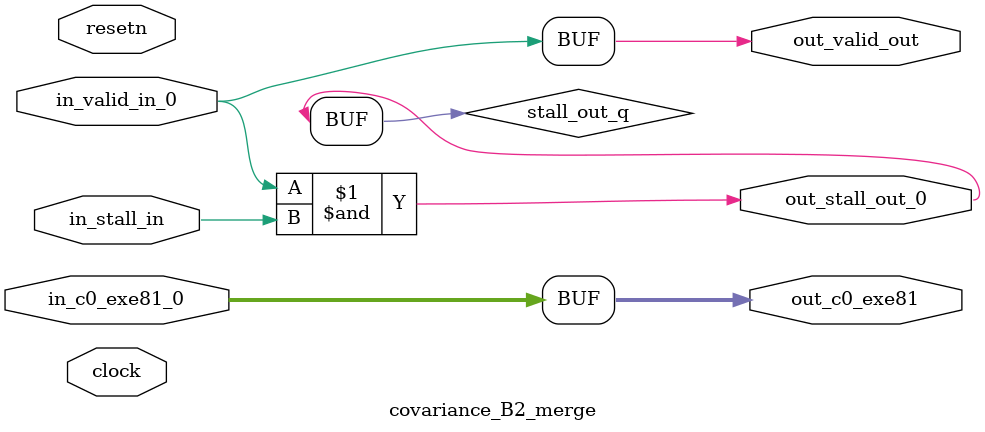
<source format=sv>



(* altera_attribute = "-name AUTO_SHIFT_REGISTER_RECOGNITION OFF; -name MESSAGE_DISABLE 10036; -name MESSAGE_DISABLE 10037; -name MESSAGE_DISABLE 14130; -name MESSAGE_DISABLE 14320; -name MESSAGE_DISABLE 15400; -name MESSAGE_DISABLE 14130; -name MESSAGE_DISABLE 10036; -name MESSAGE_DISABLE 12020; -name MESSAGE_DISABLE 12030; -name MESSAGE_DISABLE 12010; -name MESSAGE_DISABLE 12110; -name MESSAGE_DISABLE 14320; -name MESSAGE_DISABLE 13410; -name MESSAGE_DISABLE 113007; -name MESSAGE_DISABLE 10958" *)
module covariance_B2_merge (
    input wire [31:0] in_c0_exe81_0,
    input wire [0:0] in_stall_in,
    input wire [0:0] in_valid_in_0,
    output wire [31:0] out_c0_exe81,
    output wire [0:0] out_stall_out_0,
    output wire [0:0] out_valid_out,
    input wire clock,
    input wire resetn
    );

    wire [0:0] stall_out_q;


    // out_c0_exe81(GPOUT,5)
    assign out_c0_exe81 = in_c0_exe81_0;

    // stall_out(LOGICAL,8)
    assign stall_out_q = in_valid_in_0 & in_stall_in;

    // out_stall_out_0(GPOUT,6)
    assign out_stall_out_0 = stall_out_q;

    // out_valid_out(GPOUT,7)
    assign out_valid_out = in_valid_in_0;

endmodule

</source>
